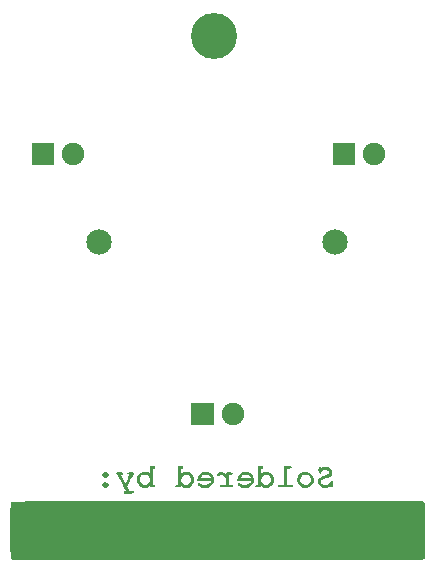
<source format=gbr>
%TF.GenerationSoftware,KiCad,Pcbnew,5.1.9*%
%TF.CreationDate,2021-04-20T19:45:11+02:00*%
%TF.ProjectId,ICanSolder,4943616e-536f-46c6-9465-722e6b696361,rev?*%
%TF.SameCoordinates,Original*%
%TF.FileFunction,Soldermask,Bot*%
%TF.FilePolarity,Negative*%
%FSLAX46Y46*%
G04 Gerber Fmt 4.6, Leading zero omitted, Abs format (unit mm)*
G04 Created by KiCad (PCBNEW 5.1.9) date 2021-04-20 19:45:11*
%MOMM*%
%LPD*%
G01*
G04 APERTURE LIST*
%ADD10C,0.010000*%
%ADD11C,3.900000*%
%ADD12C,1.900000*%
%ADD13C,2.151380*%
G04 APERTURE END LIST*
D10*
%TO.C,Ref\u002A\u002A*%
G36*
X171894208Y-134968075D02*
G01*
X171967398Y-135051989D01*
X171974483Y-135167441D01*
X171951533Y-135226645D01*
X171875133Y-135291189D01*
X171758954Y-135318344D01*
X171641009Y-135304138D01*
X171576134Y-135265867D01*
X171533721Y-135183335D01*
X171525334Y-135126167D01*
X171558466Y-135011150D01*
X171658004Y-134948479D01*
X171767541Y-134935667D01*
X171894208Y-134968075D01*
G37*
X171894208Y-134968075D02*
X171967398Y-135051989D01*
X171974483Y-135167441D01*
X171951533Y-135226645D01*
X171875133Y-135291189D01*
X171758954Y-135318344D01*
X171641009Y-135304138D01*
X171576134Y-135265867D01*
X171533721Y-135183335D01*
X171525334Y-135126167D01*
X171558466Y-135011150D01*
X171658004Y-134948479D01*
X171767541Y-134935667D01*
X171894208Y-134968075D01*
G36*
X187178084Y-134393983D02*
G01*
X187337670Y-134405499D01*
X187427407Y-134425186D01*
X187462004Y-134456957D01*
X187463834Y-134470000D01*
X187435125Y-134513758D01*
X187340915Y-134539058D01*
X187262750Y-134546403D01*
X187061667Y-134559306D01*
X187061667Y-135989960D01*
X187326250Y-136002563D01*
X187463353Y-136015263D01*
X187558975Y-136035905D01*
X187590834Y-136057500D01*
X187550077Y-136075368D01*
X187434087Y-136090810D01*
X187252279Y-136102980D01*
X187014073Y-136111034D01*
X186987584Y-136111579D01*
X186747332Y-136115144D01*
X186579416Y-136114198D01*
X186471577Y-136107666D01*
X186411552Y-136094473D01*
X186387081Y-136073543D01*
X186384334Y-136058662D01*
X186402862Y-136021279D01*
X186469373Y-136001180D01*
X186600259Y-135994192D01*
X186638334Y-135994000D01*
X186892334Y-135994000D01*
X186892334Y-134381465D01*
X187178084Y-134393983D01*
G37*
X187178084Y-134393983D02*
X187337670Y-134405499D01*
X187427407Y-134425186D01*
X187462004Y-134456957D01*
X187463834Y-134470000D01*
X187435125Y-134513758D01*
X187340915Y-134539058D01*
X187262750Y-134546403D01*
X187061667Y-134559306D01*
X187061667Y-135989960D01*
X187326250Y-136002563D01*
X187463353Y-136015263D01*
X187558975Y-136035905D01*
X187590834Y-136057500D01*
X187550077Y-136075368D01*
X187434087Y-136090810D01*
X187252279Y-136102980D01*
X187014073Y-136111034D01*
X186987584Y-136111579D01*
X186747332Y-136115144D01*
X186579416Y-136114198D01*
X186471577Y-136107666D01*
X186411552Y-136094473D01*
X186387081Y-136073543D01*
X186384334Y-136058662D01*
X186402862Y-136021279D01*
X186469373Y-136001180D01*
X186600259Y-135994192D01*
X186638334Y-135994000D01*
X186892334Y-135994000D01*
X186892334Y-134381465D01*
X187178084Y-134393983D01*
G36*
X181616317Y-134916764D02*
G01*
X181746696Y-134976447D01*
X181816546Y-135018906D01*
X182002834Y-135144478D01*
X182016432Y-135037965D01*
X182030940Y-134975602D01*
X182068795Y-134946010D01*
X182152852Y-134939845D01*
X182245938Y-134944142D01*
X182378220Y-134962527D01*
X182461340Y-134993160D01*
X182487277Y-135026447D01*
X182448012Y-135052796D01*
X182345028Y-135062667D01*
X182193334Y-135062667D01*
X182193334Y-135994000D01*
X182362667Y-135994000D01*
X182480409Y-136004486D01*
X182528927Y-136039244D01*
X182532000Y-136057500D01*
X182519509Y-136084399D01*
X182473548Y-136102671D01*
X182381382Y-136113843D01*
X182230279Y-136119443D01*
X182007505Y-136121000D01*
X182002834Y-136121000D01*
X181778674Y-136119501D01*
X181626412Y-136113986D01*
X181533313Y-136102926D01*
X181486643Y-136084794D01*
X181473670Y-136058061D01*
X181473667Y-136057500D01*
X181492037Y-136021882D01*
X181557678Y-136002085D01*
X181686384Y-135994465D01*
X181748834Y-135994000D01*
X182024000Y-135994000D01*
X182024000Y-135370326D01*
X181826553Y-135216497D01*
X181677263Y-135113135D01*
X181561064Y-135070093D01*
X181456083Y-135083294D01*
X181366775Y-135130753D01*
X181291299Y-135174124D01*
X181254569Y-135166036D01*
X181234205Y-135124159D01*
X181242401Y-135042423D01*
X181311318Y-134964492D01*
X181418324Y-134909017D01*
X181514320Y-134893334D01*
X181616317Y-134916764D01*
G37*
X181616317Y-134916764D02*
X181746696Y-134976447D01*
X181816546Y-135018906D01*
X182002834Y-135144478D01*
X182016432Y-135037965D01*
X182030940Y-134975602D01*
X182068795Y-134946010D01*
X182152852Y-134939845D01*
X182245938Y-134944142D01*
X182378220Y-134962527D01*
X182461340Y-134993160D01*
X182487277Y-135026447D01*
X182448012Y-135052796D01*
X182345028Y-135062667D01*
X182193334Y-135062667D01*
X182193334Y-135994000D01*
X182362667Y-135994000D01*
X182480409Y-136004486D01*
X182528927Y-136039244D01*
X182532000Y-136057500D01*
X182519509Y-136084399D01*
X182473548Y-136102671D01*
X182381382Y-136113843D01*
X182230279Y-136119443D01*
X182007505Y-136121000D01*
X182002834Y-136121000D01*
X181778674Y-136119501D01*
X181626412Y-136113986D01*
X181533313Y-136102926D01*
X181486643Y-136084794D01*
X181473670Y-136058061D01*
X181473667Y-136057500D01*
X181492037Y-136021882D01*
X181557678Y-136002085D01*
X181686384Y-135994465D01*
X181748834Y-135994000D01*
X182024000Y-135994000D01*
X182024000Y-135370326D01*
X181826553Y-135216497D01*
X181677263Y-135113135D01*
X181561064Y-135070093D01*
X181456083Y-135083294D01*
X181366775Y-135130753D01*
X181291299Y-135174124D01*
X181254569Y-135166036D01*
X181234205Y-135124159D01*
X181242401Y-135042423D01*
X181311318Y-134964492D01*
X181418324Y-134909017D01*
X181514320Y-134893334D01*
X181616317Y-134916764D01*
G36*
X171854655Y-135808346D02*
G01*
X171947799Y-135871727D01*
X171990673Y-135950492D01*
X171991000Y-135957474D01*
X171972561Y-136026188D01*
X171947177Y-136081450D01*
X171874283Y-136139866D01*
X171760661Y-136164093D01*
X171644367Y-136150942D01*
X171576134Y-136112534D01*
X171533721Y-136030001D01*
X171525334Y-135972834D01*
X171559547Y-135856566D01*
X171657657Y-135792855D01*
X171742443Y-135782334D01*
X171854655Y-135808346D01*
G37*
X171854655Y-135808346D02*
X171947799Y-135871727D01*
X171990673Y-135950492D01*
X171991000Y-135957474D01*
X171972561Y-136026188D01*
X171947177Y-136081450D01*
X171874283Y-136139866D01*
X171760661Y-136164093D01*
X171644367Y-136150942D01*
X171576134Y-136112534D01*
X171533721Y-136030001D01*
X171525334Y-135972834D01*
X171559547Y-135856566D01*
X171657657Y-135792855D01*
X171742443Y-135782334D01*
X171854655Y-135808346D01*
G36*
X190533584Y-134496500D02*
G01*
X190703325Y-134570891D01*
X190831894Y-134694963D01*
X190903952Y-134860327D01*
X190914000Y-134957988D01*
X190873350Y-135097774D01*
X190756362Y-135219473D01*
X190570480Y-135317215D01*
X190390026Y-135371337D01*
X190173484Y-135433931D01*
X190032463Y-135508662D01*
X189958004Y-135602013D01*
X189940334Y-135696849D01*
X189975465Y-135835990D01*
X190068785Y-135937137D01*
X190202185Y-135998993D01*
X190357553Y-136020263D01*
X190516780Y-135999650D01*
X190661756Y-135935860D01*
X190774369Y-135827597D01*
X190811720Y-135759192D01*
X190858742Y-135663660D01*
X190898358Y-135636592D01*
X190937197Y-135657018D01*
X190981281Y-135734510D01*
X191000021Y-135850920D01*
X190994135Y-135974059D01*
X190964340Y-136071738D01*
X190927122Y-136108778D01*
X190859605Y-136109410D01*
X190839137Y-136086912D01*
X190804788Y-136061124D01*
X190724279Y-136087209D01*
X190709599Y-136094416D01*
X190488711Y-136167338D01*
X190265946Y-136173763D01*
X190215500Y-136164676D01*
X189998832Y-136085630D01*
X189854470Y-135963220D01*
X189781301Y-135796247D01*
X189771000Y-135686323D01*
X189809129Y-135514717D01*
X189921016Y-135381261D01*
X190102911Y-135290035D01*
X190147134Y-135277276D01*
X190308929Y-135235238D01*
X190473291Y-135192553D01*
X190489947Y-135188229D01*
X190638872Y-135119923D01*
X190721215Y-135021213D01*
X190740970Y-134908466D01*
X190702129Y-134798051D01*
X190608686Y-134706334D01*
X190464633Y-134649683D01*
X190356034Y-134639334D01*
X190213274Y-134667543D01*
X190087503Y-134739964D01*
X190003457Y-134838287D01*
X189982667Y-134915680D01*
X189951722Y-134968088D01*
X189908584Y-134970140D01*
X189855119Y-134922080D01*
X189823116Y-134822827D01*
X189814400Y-134703546D01*
X189830796Y-134595400D01*
X189874129Y-134529556D01*
X189882541Y-134525452D01*
X189950730Y-134522591D01*
X189972009Y-134543861D01*
X190013502Y-134565364D01*
X190113379Y-134537868D01*
X190131938Y-134530310D01*
X190338009Y-134480177D01*
X190533584Y-134496500D01*
G37*
X190533584Y-134496500D02*
X190703325Y-134570891D01*
X190831894Y-134694963D01*
X190903952Y-134860327D01*
X190914000Y-134957988D01*
X190873350Y-135097774D01*
X190756362Y-135219473D01*
X190570480Y-135317215D01*
X190390026Y-135371337D01*
X190173484Y-135433931D01*
X190032463Y-135508662D01*
X189958004Y-135602013D01*
X189940334Y-135696849D01*
X189975465Y-135835990D01*
X190068785Y-135937137D01*
X190202185Y-135998993D01*
X190357553Y-136020263D01*
X190516780Y-135999650D01*
X190661756Y-135935860D01*
X190774369Y-135827597D01*
X190811720Y-135759192D01*
X190858742Y-135663660D01*
X190898358Y-135636592D01*
X190937197Y-135657018D01*
X190981281Y-135734510D01*
X191000021Y-135850920D01*
X190994135Y-135974059D01*
X190964340Y-136071738D01*
X190927122Y-136108778D01*
X190859605Y-136109410D01*
X190839137Y-136086912D01*
X190804788Y-136061124D01*
X190724279Y-136087209D01*
X190709599Y-136094416D01*
X190488711Y-136167338D01*
X190265946Y-136173763D01*
X190215500Y-136164676D01*
X189998832Y-136085630D01*
X189854470Y-135963220D01*
X189781301Y-135796247D01*
X189771000Y-135686323D01*
X189809129Y-135514717D01*
X189921016Y-135381261D01*
X190102911Y-135290035D01*
X190147134Y-135277276D01*
X190308929Y-135235238D01*
X190473291Y-135192553D01*
X190489947Y-135188229D01*
X190638872Y-135119923D01*
X190721215Y-135021213D01*
X190740970Y-134908466D01*
X190702129Y-134798051D01*
X190608686Y-134706334D01*
X190464633Y-134649683D01*
X190356034Y-134639334D01*
X190213274Y-134667543D01*
X190087503Y-134739964D01*
X190003457Y-134838287D01*
X189982667Y-134915680D01*
X189951722Y-134968088D01*
X189908584Y-134970140D01*
X189855119Y-134922080D01*
X189823116Y-134822827D01*
X189814400Y-134703546D01*
X189830796Y-134595400D01*
X189874129Y-134529556D01*
X189882541Y-134525452D01*
X189950730Y-134522591D01*
X189972009Y-134543861D01*
X190013502Y-134565364D01*
X190113379Y-134537868D01*
X190131938Y-134530310D01*
X190338009Y-134480177D01*
X190533584Y-134496500D01*
G36*
X188960824Y-134958355D02*
G01*
X189137061Y-135080389D01*
X189263722Y-135254659D01*
X189328673Y-135472434D01*
X189319105Y-135681370D01*
X189245094Y-135869103D01*
X189116714Y-136023271D01*
X188944041Y-136131510D01*
X188737150Y-136181459D01*
X188522167Y-136164603D01*
X188320237Y-136080821D01*
X188169452Y-135943944D01*
X188072269Y-135770144D01*
X188031145Y-135575593D01*
X188036095Y-135518917D01*
X188177595Y-135518917D01*
X188206809Y-135693430D01*
X188305853Y-135848935D01*
X188460107Y-135962184D01*
X188613145Y-136023047D01*
X188743737Y-136027192D01*
X188891475Y-135975520D01*
X188898629Y-135972149D01*
X189051341Y-135855438D01*
X189148455Y-135686197D01*
X189178334Y-135506985D01*
X189160523Y-135382855D01*
X189095554Y-135273036D01*
X189034400Y-135206600D01*
X188931809Y-135116522D01*
X188835329Y-135074262D01*
X188702904Y-135062787D01*
X188679044Y-135062667D01*
X188531351Y-135072938D01*
X188426191Y-135113307D01*
X188339421Y-135182423D01*
X188220901Y-135342786D01*
X188177595Y-135518917D01*
X188036095Y-135518917D01*
X188048538Y-135376462D01*
X188126903Y-135188925D01*
X188268698Y-135029152D01*
X188341863Y-134977771D01*
X188543062Y-134900990D01*
X188756104Y-134896536D01*
X188960824Y-134958355D01*
G37*
X188960824Y-134958355D02*
X189137061Y-135080389D01*
X189263722Y-135254659D01*
X189328673Y-135472434D01*
X189319105Y-135681370D01*
X189245094Y-135869103D01*
X189116714Y-136023271D01*
X188944041Y-136131510D01*
X188737150Y-136181459D01*
X188522167Y-136164603D01*
X188320237Y-136080821D01*
X188169452Y-135943944D01*
X188072269Y-135770144D01*
X188031145Y-135575593D01*
X188036095Y-135518917D01*
X188177595Y-135518917D01*
X188206809Y-135693430D01*
X188305853Y-135848935D01*
X188460107Y-135962184D01*
X188613145Y-136023047D01*
X188743737Y-136027192D01*
X188891475Y-135975520D01*
X188898629Y-135972149D01*
X189051341Y-135855438D01*
X189148455Y-135686197D01*
X189178334Y-135506985D01*
X189160523Y-135382855D01*
X189095554Y-135273036D01*
X189034400Y-135206600D01*
X188931809Y-135116522D01*
X188835329Y-135074262D01*
X188702904Y-135062787D01*
X188679044Y-135062667D01*
X188531351Y-135072938D01*
X188426191Y-135113307D01*
X188339421Y-135182423D01*
X188220901Y-135342786D01*
X188177595Y-135518917D01*
X188036095Y-135518917D01*
X188048538Y-135376462D01*
X188126903Y-135188925D01*
X188268698Y-135029152D01*
X188341863Y-134977771D01*
X188543062Y-134900990D01*
X188756104Y-134896536D01*
X188960824Y-134958355D01*
G36*
X184870552Y-134393483D02*
G01*
X184996772Y-134414136D01*
X185055908Y-134457021D01*
X185064156Y-134480584D01*
X185052126Y-134537305D01*
X184975625Y-134554626D01*
X184969271Y-134554667D01*
X184910625Y-134559158D01*
X184878019Y-134585423D01*
X184863822Y-134652652D01*
X184860400Y-134780034D01*
X184860334Y-134828558D01*
X184860334Y-135102449D01*
X185014408Y-134997891D01*
X185215502Y-134907837D01*
X185425119Y-134897867D01*
X185630704Y-134966060D01*
X185819702Y-135110500D01*
X185831341Y-135122724D01*
X185915865Y-135267460D01*
X185957253Y-135455377D01*
X185953662Y-135655741D01*
X185903250Y-135837820D01*
X185877163Y-135886824D01*
X185727969Y-136053260D01*
X185535648Y-136152741D01*
X185316603Y-136178515D01*
X185206818Y-136162731D01*
X185073281Y-136109358D01*
X184963401Y-136033735D01*
X184860334Y-135936908D01*
X184860334Y-136028954D01*
X184849875Y-136086113D01*
X184803744Y-136113181D01*
X184699804Y-136120852D01*
X184669834Y-136121000D01*
X184544272Y-136112690D01*
X184487079Y-136084433D01*
X184479334Y-136057500D01*
X184516134Y-136006429D01*
X184585167Y-135994000D01*
X184691000Y-135994000D01*
X184691000Y-135489032D01*
X184868973Y-135489032D01*
X184883886Y-135658478D01*
X184967467Y-135819283D01*
X185019611Y-135875470D01*
X185179604Y-135993504D01*
X185330563Y-136032804D01*
X185488203Y-135995608D01*
X185567362Y-135953381D01*
X185720622Y-135817422D01*
X185803429Y-135650043D01*
X185813594Y-135468544D01*
X185748927Y-135290225D01*
X185664810Y-135183297D01*
X185559766Y-135100231D01*
X185442008Y-135066499D01*
X185356132Y-135062667D01*
X185166308Y-135097761D01*
X185017178Y-135191781D01*
X184915735Y-135327835D01*
X184868973Y-135489032D01*
X184691000Y-135489032D01*
X184691000Y-134380465D01*
X184870552Y-134393483D01*
G37*
X184870552Y-134393483D02*
X184996772Y-134414136D01*
X185055908Y-134457021D01*
X185064156Y-134480584D01*
X185052126Y-134537305D01*
X184975625Y-134554626D01*
X184969271Y-134554667D01*
X184910625Y-134559158D01*
X184878019Y-134585423D01*
X184863822Y-134652652D01*
X184860400Y-134780034D01*
X184860334Y-134828558D01*
X184860334Y-135102449D01*
X185014408Y-134997891D01*
X185215502Y-134907837D01*
X185425119Y-134897867D01*
X185630704Y-134966060D01*
X185819702Y-135110500D01*
X185831341Y-135122724D01*
X185915865Y-135267460D01*
X185957253Y-135455377D01*
X185953662Y-135655741D01*
X185903250Y-135837820D01*
X185877163Y-135886824D01*
X185727969Y-136053260D01*
X185535648Y-136152741D01*
X185316603Y-136178515D01*
X185206818Y-136162731D01*
X185073281Y-136109358D01*
X184963401Y-136033735D01*
X184860334Y-135936908D01*
X184860334Y-136028954D01*
X184849875Y-136086113D01*
X184803744Y-136113181D01*
X184699804Y-136120852D01*
X184669834Y-136121000D01*
X184544272Y-136112690D01*
X184487079Y-136084433D01*
X184479334Y-136057500D01*
X184516134Y-136006429D01*
X184585167Y-135994000D01*
X184691000Y-135994000D01*
X184691000Y-135489032D01*
X184868973Y-135489032D01*
X184883886Y-135658478D01*
X184967467Y-135819283D01*
X185019611Y-135875470D01*
X185179604Y-135993504D01*
X185330563Y-136032804D01*
X185488203Y-135995608D01*
X185567362Y-135953381D01*
X185720622Y-135817422D01*
X185803429Y-135650043D01*
X185813594Y-135468544D01*
X185748927Y-135290225D01*
X185664810Y-135183297D01*
X185559766Y-135100231D01*
X185442008Y-135066499D01*
X185356132Y-135062667D01*
X185166308Y-135097761D01*
X185017178Y-135191781D01*
X184915735Y-135327835D01*
X184868973Y-135489032D01*
X184691000Y-135489032D01*
X184691000Y-134380465D01*
X184870552Y-134393483D01*
G36*
X183761672Y-134907624D02*
G01*
X183957767Y-134979425D01*
X184118175Y-135102941D01*
X184228475Y-135269954D01*
X184274246Y-135472245D01*
X184274722Y-135496101D01*
X184237025Y-135731593D01*
X184131622Y-135927602D01*
X183970049Y-136074467D01*
X183763840Y-136162531D01*
X183524530Y-136182133D01*
X183463334Y-136175561D01*
X183321544Y-136143742D01*
X183177579Y-136093612D01*
X183057718Y-136036281D01*
X182988241Y-135982858D01*
X182982082Y-135972113D01*
X182981282Y-135904505D01*
X183042059Y-135884340D01*
X183154710Y-135913373D01*
X183199178Y-135932888D01*
X183437456Y-136011217D01*
X183658998Y-136017447D01*
X183852416Y-135954163D01*
X184006320Y-135823949D01*
X184063731Y-135736729D01*
X184141503Y-135591834D01*
X183543930Y-135580060D01*
X182946357Y-135568287D01*
X182975648Y-135412156D01*
X182981058Y-135397100D01*
X183124667Y-135397100D01*
X183165116Y-135419863D01*
X183287185Y-135435009D01*
X183491950Y-135442638D01*
X183633754Y-135443667D01*
X184142841Y-135443667D01*
X184078496Y-135319237D01*
X183968886Y-135170861D01*
X183820294Y-135088157D01*
X183619014Y-135062667D01*
X183478773Y-135071915D01*
X183378853Y-135111546D01*
X183275843Y-135199391D01*
X183268600Y-135206600D01*
X183183807Y-135300392D01*
X183132092Y-135374943D01*
X183124667Y-135397100D01*
X182981058Y-135397100D01*
X183049867Y-135205622D01*
X183179420Y-135041831D01*
X183320100Y-134952044D01*
X183544309Y-134895758D01*
X183761672Y-134907624D01*
G37*
X183761672Y-134907624D02*
X183957767Y-134979425D01*
X184118175Y-135102941D01*
X184228475Y-135269954D01*
X184274246Y-135472245D01*
X184274722Y-135496101D01*
X184237025Y-135731593D01*
X184131622Y-135927602D01*
X183970049Y-136074467D01*
X183763840Y-136162531D01*
X183524530Y-136182133D01*
X183463334Y-136175561D01*
X183321544Y-136143742D01*
X183177579Y-136093612D01*
X183057718Y-136036281D01*
X182988241Y-135982858D01*
X182982082Y-135972113D01*
X182981282Y-135904505D01*
X183042059Y-135884340D01*
X183154710Y-135913373D01*
X183199178Y-135932888D01*
X183437456Y-136011217D01*
X183658998Y-136017447D01*
X183852416Y-135954163D01*
X184006320Y-135823949D01*
X184063731Y-135736729D01*
X184141503Y-135591834D01*
X183543930Y-135580060D01*
X182946357Y-135568287D01*
X182975648Y-135412156D01*
X182981058Y-135397100D01*
X183124667Y-135397100D01*
X183165116Y-135419863D01*
X183287185Y-135435009D01*
X183491950Y-135442638D01*
X183633754Y-135443667D01*
X184142841Y-135443667D01*
X184078496Y-135319237D01*
X183968886Y-135170861D01*
X183820294Y-135088157D01*
X183619014Y-135062667D01*
X183478773Y-135071915D01*
X183378853Y-135111546D01*
X183275843Y-135199391D01*
X183268600Y-135206600D01*
X183183807Y-135300392D01*
X183132092Y-135374943D01*
X183124667Y-135397100D01*
X182981058Y-135397100D01*
X183049867Y-135205622D01*
X183179420Y-135041831D01*
X183320100Y-134952044D01*
X183544309Y-134895758D01*
X183761672Y-134907624D01*
G36*
X180408927Y-134911413D02*
G01*
X180582716Y-134981990D01*
X180757152Y-135122700D01*
X180859158Y-135307125D01*
X180888056Y-135504368D01*
X180850108Y-135735638D01*
X180744247Y-135928958D01*
X180582446Y-136074424D01*
X180376680Y-136162130D01*
X180138922Y-136182171D01*
X180076667Y-136175561D01*
X179934878Y-136143742D01*
X179790913Y-136093612D01*
X179671052Y-136036281D01*
X179601574Y-135982858D01*
X179595415Y-135972113D01*
X179594615Y-135904505D01*
X179655392Y-135884340D01*
X179768043Y-135913373D01*
X179812511Y-135932888D01*
X180050789Y-136011217D01*
X180272332Y-136017447D01*
X180465750Y-135954163D01*
X180619653Y-135823949D01*
X180677064Y-135736729D01*
X180754836Y-135591834D01*
X180157263Y-135580060D01*
X179559691Y-135568287D01*
X179588981Y-135412156D01*
X179594590Y-135397100D01*
X179738000Y-135397100D01*
X179778450Y-135419863D01*
X179900518Y-135435009D01*
X180105283Y-135442638D01*
X180247087Y-135443667D01*
X180756174Y-135443667D01*
X180691829Y-135319237D01*
X180582220Y-135170861D01*
X180433627Y-135088157D01*
X180232347Y-135062667D01*
X180092106Y-135071915D01*
X179992186Y-135111546D01*
X179889176Y-135199391D01*
X179881934Y-135206600D01*
X179797140Y-135300392D01*
X179745426Y-135374943D01*
X179738000Y-135397100D01*
X179594590Y-135397100D01*
X179666648Y-135203693D01*
X179803015Y-135042660D01*
X179982544Y-134935785D01*
X180189694Y-134889793D01*
X180408927Y-134911413D01*
G37*
X180408927Y-134911413D02*
X180582716Y-134981990D01*
X180757152Y-135122700D01*
X180859158Y-135307125D01*
X180888056Y-135504368D01*
X180850108Y-135735638D01*
X180744247Y-135928958D01*
X180582446Y-136074424D01*
X180376680Y-136162130D01*
X180138922Y-136182171D01*
X180076667Y-136175561D01*
X179934878Y-136143742D01*
X179790913Y-136093612D01*
X179671052Y-136036281D01*
X179601574Y-135982858D01*
X179595415Y-135972113D01*
X179594615Y-135904505D01*
X179655392Y-135884340D01*
X179768043Y-135913373D01*
X179812511Y-135932888D01*
X180050789Y-136011217D01*
X180272332Y-136017447D01*
X180465750Y-135954163D01*
X180619653Y-135823949D01*
X180677064Y-135736729D01*
X180754836Y-135591834D01*
X180157263Y-135580060D01*
X179559691Y-135568287D01*
X179588981Y-135412156D01*
X179594590Y-135397100D01*
X179738000Y-135397100D01*
X179778450Y-135419863D01*
X179900518Y-135435009D01*
X180105283Y-135442638D01*
X180247087Y-135443667D01*
X180756174Y-135443667D01*
X180691829Y-135319237D01*
X180582220Y-135170861D01*
X180433627Y-135088157D01*
X180232347Y-135062667D01*
X180092106Y-135071915D01*
X179992186Y-135111546D01*
X179889176Y-135199391D01*
X179881934Y-135206600D01*
X179797140Y-135300392D01*
X179745426Y-135374943D01*
X179738000Y-135397100D01*
X179594590Y-135397100D01*
X179666648Y-135203693D01*
X179803015Y-135042660D01*
X179982544Y-134935785D01*
X180189694Y-134889793D01*
X180408927Y-134911413D01*
G36*
X178097218Y-134393483D02*
G01*
X178223439Y-134414136D01*
X178282575Y-134457021D01*
X178290822Y-134480584D01*
X178278792Y-134537305D01*
X178202291Y-134554626D01*
X178195938Y-134554667D01*
X178137292Y-134559158D01*
X178104686Y-134585423D01*
X178090488Y-134652652D01*
X178087067Y-134780034D01*
X178087000Y-134828558D01*
X178087000Y-135102449D01*
X178241074Y-134997891D01*
X178431153Y-134914870D01*
X178634173Y-134901824D01*
X178830718Y-134952151D01*
X179001374Y-135059251D01*
X179126725Y-135216523D01*
X179166536Y-135312538D01*
X179199552Y-135542304D01*
X179162738Y-135753959D01*
X179066533Y-135935395D01*
X178921374Y-136074506D01*
X178737701Y-136159185D01*
X178525951Y-136177327D01*
X178433484Y-136162731D01*
X178299948Y-136109358D01*
X178190068Y-136033735D01*
X178087000Y-135936908D01*
X178087000Y-136028954D01*
X178076542Y-136086113D01*
X178030411Y-136113181D01*
X177926471Y-136120852D01*
X177896500Y-136121000D01*
X177770939Y-136112690D01*
X177713746Y-136084433D01*
X177706000Y-136057500D01*
X177742801Y-136006429D01*
X177811834Y-135994000D01*
X177917667Y-135994000D01*
X177917667Y-135489032D01*
X178095639Y-135489032D01*
X178110552Y-135658478D01*
X178194134Y-135819283D01*
X178246277Y-135875470D01*
X178406271Y-135993504D01*
X178557229Y-136032804D01*
X178714870Y-135995608D01*
X178794028Y-135953381D01*
X178947289Y-135817422D01*
X179030096Y-135650043D01*
X179040260Y-135468544D01*
X178975593Y-135290225D01*
X178891477Y-135183297D01*
X178786433Y-135100231D01*
X178668675Y-135066499D01*
X178582799Y-135062667D01*
X178392975Y-135097761D01*
X178243844Y-135191781D01*
X178142401Y-135327835D01*
X178095639Y-135489032D01*
X177917667Y-135489032D01*
X177917667Y-134380465D01*
X178097218Y-134393483D01*
G37*
X178097218Y-134393483D02*
X178223439Y-134414136D01*
X178282575Y-134457021D01*
X178290822Y-134480584D01*
X178278792Y-134537305D01*
X178202291Y-134554626D01*
X178195938Y-134554667D01*
X178137292Y-134559158D01*
X178104686Y-134585423D01*
X178090488Y-134652652D01*
X178087067Y-134780034D01*
X178087000Y-134828558D01*
X178087000Y-135102449D01*
X178241074Y-134997891D01*
X178431153Y-134914870D01*
X178634173Y-134901824D01*
X178830718Y-134952151D01*
X179001374Y-135059251D01*
X179126725Y-135216523D01*
X179166536Y-135312538D01*
X179199552Y-135542304D01*
X179162738Y-135753959D01*
X179066533Y-135935395D01*
X178921374Y-136074506D01*
X178737701Y-136159185D01*
X178525951Y-136177327D01*
X178433484Y-136162731D01*
X178299948Y-136109358D01*
X178190068Y-136033735D01*
X178087000Y-135936908D01*
X178087000Y-136028954D01*
X178076542Y-136086113D01*
X178030411Y-136113181D01*
X177926471Y-136120852D01*
X177896500Y-136121000D01*
X177770939Y-136112690D01*
X177713746Y-136084433D01*
X177706000Y-136057500D01*
X177742801Y-136006429D01*
X177811834Y-135994000D01*
X177917667Y-135994000D01*
X177917667Y-135489032D01*
X178095639Y-135489032D01*
X178110552Y-135658478D01*
X178194134Y-135819283D01*
X178246277Y-135875470D01*
X178406271Y-135993504D01*
X178557229Y-136032804D01*
X178714870Y-135995608D01*
X178794028Y-135953381D01*
X178947289Y-135817422D01*
X179030096Y-135650043D01*
X179040260Y-135468544D01*
X178975593Y-135290225D01*
X178891477Y-135183297D01*
X178786433Y-135100231D01*
X178668675Y-135066499D01*
X178582799Y-135062667D01*
X178392975Y-135097761D01*
X178243844Y-135191781D01*
X178142401Y-135327835D01*
X178095639Y-135489032D01*
X177917667Y-135489032D01*
X177917667Y-134380465D01*
X178097218Y-134393483D01*
G36*
X175726552Y-134393483D02*
G01*
X175852772Y-134414136D01*
X175911908Y-134457021D01*
X175920156Y-134480584D01*
X175908126Y-134537305D01*
X175831625Y-134554626D01*
X175825271Y-134554667D01*
X175716334Y-134554667D01*
X175716334Y-135994000D01*
X175822167Y-135994000D01*
X175907286Y-136016080D01*
X175928000Y-136057500D01*
X175903069Y-136099354D01*
X175818299Y-136118418D01*
X175737500Y-136121000D01*
X175613879Y-136113406D01*
X175556701Y-136086596D01*
X175547000Y-136054047D01*
X175537263Y-136016206D01*
X175495209Y-136022289D01*
X175409417Y-136069776D01*
X175212414Y-136159582D01*
X175024491Y-136178946D01*
X174919818Y-136162731D01*
X174726905Y-136080520D01*
X174583064Y-135944198D01*
X174490611Y-135770237D01*
X174451863Y-135575111D01*
X174454505Y-135544537D01*
X174599976Y-135544537D01*
X174639489Y-135724501D01*
X174750658Y-135881550D01*
X174823011Y-135939536D01*
X174969206Y-136016925D01*
X175101511Y-136028770D01*
X175255489Y-135977681D01*
X175267296Y-135972149D01*
X175420008Y-135855438D01*
X175517122Y-135686197D01*
X175547000Y-135506985D01*
X175529189Y-135382855D01*
X175464221Y-135273036D01*
X175403067Y-135206600D01*
X175296551Y-135114181D01*
X175195491Y-135072323D01*
X175060218Y-135062667D01*
X174921051Y-135072986D01*
X174824330Y-135114780D01*
X174743614Y-135188653D01*
X174634042Y-135359855D01*
X174599976Y-135544537D01*
X174454505Y-135544537D01*
X174469135Y-135375293D01*
X174544743Y-135187257D01*
X174681005Y-135027475D01*
X174752863Y-134975257D01*
X174916948Y-134912808D01*
X175107123Y-134900145D01*
X175290957Y-134935130D01*
X175436018Y-135015626D01*
X175441492Y-135020639D01*
X175547000Y-135119759D01*
X175547000Y-134380465D01*
X175726552Y-134393483D01*
G37*
X175726552Y-134393483D02*
X175852772Y-134414136D01*
X175911908Y-134457021D01*
X175920156Y-134480584D01*
X175908126Y-134537305D01*
X175831625Y-134554626D01*
X175825271Y-134554667D01*
X175716334Y-134554667D01*
X175716334Y-135994000D01*
X175822167Y-135994000D01*
X175907286Y-136016080D01*
X175928000Y-136057500D01*
X175903069Y-136099354D01*
X175818299Y-136118418D01*
X175737500Y-136121000D01*
X175613879Y-136113406D01*
X175556701Y-136086596D01*
X175547000Y-136054047D01*
X175537263Y-136016206D01*
X175495209Y-136022289D01*
X175409417Y-136069776D01*
X175212414Y-136159582D01*
X175024491Y-136178946D01*
X174919818Y-136162731D01*
X174726905Y-136080520D01*
X174583064Y-135944198D01*
X174490611Y-135770237D01*
X174451863Y-135575111D01*
X174454505Y-135544537D01*
X174599976Y-135544537D01*
X174639489Y-135724501D01*
X174750658Y-135881550D01*
X174823011Y-135939536D01*
X174969206Y-136016925D01*
X175101511Y-136028770D01*
X175255489Y-135977681D01*
X175267296Y-135972149D01*
X175420008Y-135855438D01*
X175517122Y-135686197D01*
X175547000Y-135506985D01*
X175529189Y-135382855D01*
X175464221Y-135273036D01*
X175403067Y-135206600D01*
X175296551Y-135114181D01*
X175195491Y-135072323D01*
X175060218Y-135062667D01*
X174921051Y-135072986D01*
X174824330Y-135114780D01*
X174743614Y-135188653D01*
X174634042Y-135359855D01*
X174599976Y-135544537D01*
X174454505Y-135544537D01*
X174469135Y-135375293D01*
X174544743Y-135187257D01*
X174681005Y-135027475D01*
X174752863Y-134975257D01*
X174916948Y-134912808D01*
X175107123Y-134900145D01*
X175290957Y-134935130D01*
X175436018Y-135015626D01*
X175441492Y-135020639D01*
X175547000Y-135119759D01*
X175547000Y-134380465D01*
X175726552Y-134393483D01*
G36*
X174043486Y-134940544D02*
G01*
X174122671Y-134957831D01*
X174149499Y-134991516D01*
X174150000Y-134999167D01*
X174121170Y-135055399D01*
X174096299Y-135062667D01*
X174058990Y-135098604D01*
X173993572Y-135197240D01*
X173908298Y-135344814D01*
X173811421Y-135527563D01*
X173779184Y-135591492D01*
X173515769Y-136120318D01*
X173607538Y-136309206D01*
X173666932Y-136421312D01*
X173723991Y-136478843D01*
X173810275Y-136502537D01*
X173914070Y-136510631D01*
X174051194Y-136526500D01*
X174117462Y-136556580D01*
X174128834Y-136586667D01*
X174113372Y-136617117D01*
X174057873Y-136637906D01*
X173948665Y-136651520D01*
X173772075Y-136660443D01*
X173712676Y-136662324D01*
X173522135Y-136666640D01*
X173401446Y-136664576D01*
X173335893Y-136653807D01*
X173310759Y-136632005D01*
X173310942Y-136598824D01*
X173359518Y-136533574D01*
X173420183Y-136509639D01*
X173494270Y-136494228D01*
X173515000Y-136483296D01*
X173497390Y-136443038D01*
X173448423Y-136338827D01*
X173373891Y-136182792D01*
X173279588Y-135987062D01*
X173172671Y-135766574D01*
X173049912Y-135520646D01*
X172942703Y-135318631D01*
X172856165Y-135169493D01*
X172795419Y-135082196D01*
X172770504Y-135062667D01*
X172717577Y-135028701D01*
X172710667Y-134999167D01*
X172730174Y-134962295D01*
X172799324Y-134942499D01*
X172934063Y-134935792D01*
X172964667Y-134935667D01*
X173114047Y-134940991D01*
X173193844Y-134959281D01*
X173218612Y-134994014D01*
X173218667Y-134996355D01*
X173182442Y-135047581D01*
X173117445Y-135070438D01*
X173016224Y-135083834D01*
X173208196Y-135496584D01*
X173288982Y-135664659D01*
X173358888Y-135799754D01*
X173409411Y-135886054D01*
X173430138Y-135909334D01*
X173458962Y-135873296D01*
X173513737Y-135775752D01*
X173586006Y-135632554D01*
X173650361Y-135496584D01*
X173733688Y-135314518D01*
X173784526Y-135195343D01*
X173805862Y-135125075D01*
X173800679Y-135089726D01*
X173771963Y-135075312D01*
X173741308Y-135070438D01*
X173664806Y-135038018D01*
X173642000Y-134996355D01*
X173664283Y-134960664D01*
X173740834Y-134941598D01*
X173886204Y-134935680D01*
X173896000Y-134935667D01*
X174043486Y-134940544D01*
G37*
X174043486Y-134940544D02*
X174122671Y-134957831D01*
X174149499Y-134991516D01*
X174150000Y-134999167D01*
X174121170Y-135055399D01*
X174096299Y-135062667D01*
X174058990Y-135098604D01*
X173993572Y-135197240D01*
X173908298Y-135344814D01*
X173811421Y-135527563D01*
X173779184Y-135591492D01*
X173515769Y-136120318D01*
X173607538Y-136309206D01*
X173666932Y-136421312D01*
X173723991Y-136478843D01*
X173810275Y-136502537D01*
X173914070Y-136510631D01*
X174051194Y-136526500D01*
X174117462Y-136556580D01*
X174128834Y-136586667D01*
X174113372Y-136617117D01*
X174057873Y-136637906D01*
X173948665Y-136651520D01*
X173772075Y-136660443D01*
X173712676Y-136662324D01*
X173522135Y-136666640D01*
X173401446Y-136664576D01*
X173335893Y-136653807D01*
X173310759Y-136632005D01*
X173310942Y-136598824D01*
X173359518Y-136533574D01*
X173420183Y-136509639D01*
X173494270Y-136494228D01*
X173515000Y-136483296D01*
X173497390Y-136443038D01*
X173448423Y-136338827D01*
X173373891Y-136182792D01*
X173279588Y-135987062D01*
X173172671Y-135766574D01*
X173049912Y-135520646D01*
X172942703Y-135318631D01*
X172856165Y-135169493D01*
X172795419Y-135082196D01*
X172770504Y-135062667D01*
X172717577Y-135028701D01*
X172710667Y-134999167D01*
X172730174Y-134962295D01*
X172799324Y-134942499D01*
X172934063Y-134935792D01*
X172964667Y-134935667D01*
X173114047Y-134940991D01*
X173193844Y-134959281D01*
X173218612Y-134994014D01*
X173218667Y-134996355D01*
X173182442Y-135047581D01*
X173117445Y-135070438D01*
X173016224Y-135083834D01*
X173208196Y-135496584D01*
X173288982Y-135664659D01*
X173358888Y-135799754D01*
X173409411Y-135886054D01*
X173430138Y-135909334D01*
X173458962Y-135873296D01*
X173513737Y-135775752D01*
X173586006Y-135632554D01*
X173650361Y-135496584D01*
X173733688Y-135314518D01*
X173784526Y-135195343D01*
X173805862Y-135125075D01*
X173800679Y-135089726D01*
X173771963Y-135075312D01*
X173741308Y-135070438D01*
X173664806Y-135038018D01*
X173642000Y-134996355D01*
X173664283Y-134960664D01*
X173740834Y-134941598D01*
X173886204Y-134935680D01*
X173896000Y-134935667D01*
X174043486Y-134940544D01*
G36*
X198686189Y-137480111D02*
G01*
X198703808Y-137502671D01*
X198718659Y-137532796D01*
X198730978Y-137577408D01*
X198741000Y-137643431D01*
X198748963Y-137737788D01*
X198755101Y-137867400D01*
X198759650Y-138039192D01*
X198762848Y-138260085D01*
X198764929Y-138537003D01*
X198766129Y-138876868D01*
X198766685Y-139286604D01*
X198766832Y-139773132D01*
X198766834Y-139846334D01*
X198766724Y-140343949D01*
X198766238Y-140763821D01*
X198765140Y-141112872D01*
X198763194Y-141398025D01*
X198760164Y-141626202D01*
X198755814Y-141804327D01*
X198749908Y-141939323D01*
X198742210Y-142038111D01*
X198732485Y-142107615D01*
X198720495Y-142154758D01*
X198706006Y-142186462D01*
X198688781Y-142209651D01*
X198686189Y-142212556D01*
X198605545Y-142301667D01*
X181255439Y-142301667D01*
X179812941Y-142301664D01*
X178452684Y-142301648D01*
X177172241Y-142301608D01*
X175969185Y-142301530D01*
X174841090Y-142301404D01*
X173785530Y-142301218D01*
X172800078Y-142300960D01*
X171882309Y-142300618D01*
X171029795Y-142300180D01*
X170240110Y-142299635D01*
X169510828Y-142298971D01*
X168839522Y-142298176D01*
X168223767Y-142297238D01*
X167661135Y-142296145D01*
X167149200Y-142294887D01*
X166685536Y-142293450D01*
X166267717Y-142291823D01*
X165893316Y-142289995D01*
X165559907Y-142287953D01*
X165265063Y-142285686D01*
X165006358Y-142283181D01*
X164781365Y-142280429D01*
X164587659Y-142277415D01*
X164422813Y-142274129D01*
X164284400Y-142270559D01*
X164169994Y-142266693D01*
X164077169Y-142262520D01*
X164003498Y-142258026D01*
X163946555Y-142253202D01*
X163903914Y-142248035D01*
X163873147Y-142242512D01*
X163851830Y-142236623D01*
X163837535Y-142230356D01*
X163827835Y-142223698D01*
X163820667Y-142217000D01*
X163802223Y-142196347D01*
X163786672Y-142169729D01*
X163773766Y-142130246D01*
X163763260Y-142070996D01*
X163754906Y-141985078D01*
X163748459Y-141865590D01*
X163743672Y-141705630D01*
X163740299Y-141498297D01*
X163738092Y-141236690D01*
X163736806Y-140913907D01*
X163736194Y-140523047D01*
X163736010Y-140057207D01*
X163736000Y-139846334D01*
X163736082Y-139348269D01*
X163736492Y-138927970D01*
X163737476Y-138578534D01*
X163739282Y-138293061D01*
X163742154Y-138064648D01*
X163746341Y-137886394D01*
X163752088Y-137751398D01*
X163759642Y-137652758D01*
X163769250Y-137583573D01*
X163781157Y-137536940D01*
X163795611Y-137505960D01*
X163812857Y-137483729D01*
X163820667Y-137475667D01*
X163828247Y-137468628D01*
X163838118Y-137461990D01*
X163852705Y-137455742D01*
X163874436Y-137449871D01*
X163905737Y-137444367D01*
X163949033Y-137439217D01*
X164006752Y-137434409D01*
X164081320Y-137429932D01*
X164175162Y-137425774D01*
X164290707Y-137421923D01*
X164430379Y-137418368D01*
X164596605Y-137415096D01*
X164791813Y-137412095D01*
X165018427Y-137409355D01*
X165278875Y-137406863D01*
X165575582Y-137404607D01*
X165910976Y-137402576D01*
X166287483Y-137400758D01*
X166707528Y-137399141D01*
X167173539Y-137397713D01*
X167687942Y-137396463D01*
X168253162Y-137395379D01*
X168871628Y-137394448D01*
X169545764Y-137393660D01*
X170277997Y-137393002D01*
X171070755Y-137392462D01*
X171926462Y-137392030D01*
X172847546Y-137391692D01*
X173836432Y-137391438D01*
X174895548Y-137391255D01*
X176027319Y-137391132D01*
X177234173Y-137391056D01*
X178518535Y-137391017D01*
X179882831Y-137391002D01*
X181255439Y-137391000D01*
X198605545Y-137391000D01*
X198686189Y-137480111D01*
G37*
X198686189Y-137480111D02*
X198703808Y-137502671D01*
X198718659Y-137532796D01*
X198730978Y-137577408D01*
X198741000Y-137643431D01*
X198748963Y-137737788D01*
X198755101Y-137867400D01*
X198759650Y-138039192D01*
X198762848Y-138260085D01*
X198764929Y-138537003D01*
X198766129Y-138876868D01*
X198766685Y-139286604D01*
X198766832Y-139773132D01*
X198766834Y-139846334D01*
X198766724Y-140343949D01*
X198766238Y-140763821D01*
X198765140Y-141112872D01*
X198763194Y-141398025D01*
X198760164Y-141626202D01*
X198755814Y-141804327D01*
X198749908Y-141939323D01*
X198742210Y-142038111D01*
X198732485Y-142107615D01*
X198720495Y-142154758D01*
X198706006Y-142186462D01*
X198688781Y-142209651D01*
X198686189Y-142212556D01*
X198605545Y-142301667D01*
X181255439Y-142301667D01*
X179812941Y-142301664D01*
X178452684Y-142301648D01*
X177172241Y-142301608D01*
X175969185Y-142301530D01*
X174841090Y-142301404D01*
X173785530Y-142301218D01*
X172800078Y-142300960D01*
X171882309Y-142300618D01*
X171029795Y-142300180D01*
X170240110Y-142299635D01*
X169510828Y-142298971D01*
X168839522Y-142298176D01*
X168223767Y-142297238D01*
X167661135Y-142296145D01*
X167149200Y-142294887D01*
X166685536Y-142293450D01*
X166267717Y-142291823D01*
X165893316Y-142289995D01*
X165559907Y-142287953D01*
X165265063Y-142285686D01*
X165006358Y-142283181D01*
X164781365Y-142280429D01*
X164587659Y-142277415D01*
X164422813Y-142274129D01*
X164284400Y-142270559D01*
X164169994Y-142266693D01*
X164077169Y-142262520D01*
X164003498Y-142258026D01*
X163946555Y-142253202D01*
X163903914Y-142248035D01*
X163873147Y-142242512D01*
X163851830Y-142236623D01*
X163837535Y-142230356D01*
X163827835Y-142223698D01*
X163820667Y-142217000D01*
X163802223Y-142196347D01*
X163786672Y-142169729D01*
X163773766Y-142130246D01*
X163763260Y-142070996D01*
X163754906Y-141985078D01*
X163748459Y-141865590D01*
X163743672Y-141705630D01*
X163740299Y-141498297D01*
X163738092Y-141236690D01*
X163736806Y-140913907D01*
X163736194Y-140523047D01*
X163736010Y-140057207D01*
X163736000Y-139846334D01*
X163736082Y-139348269D01*
X163736492Y-138927970D01*
X163737476Y-138578534D01*
X163739282Y-138293061D01*
X163742154Y-138064648D01*
X163746341Y-137886394D01*
X163752088Y-137751398D01*
X163759642Y-137652758D01*
X163769250Y-137583573D01*
X163781157Y-137536940D01*
X163795611Y-137505960D01*
X163812857Y-137483729D01*
X163820667Y-137475667D01*
X163828247Y-137468628D01*
X163838118Y-137461990D01*
X163852705Y-137455742D01*
X163874436Y-137449871D01*
X163905737Y-137444367D01*
X163949033Y-137439217D01*
X164006752Y-137434409D01*
X164081320Y-137429932D01*
X164175162Y-137425774D01*
X164290707Y-137421923D01*
X164430379Y-137418368D01*
X164596605Y-137415096D01*
X164791813Y-137412095D01*
X165018427Y-137409355D01*
X165278875Y-137406863D01*
X165575582Y-137404607D01*
X165910976Y-137402576D01*
X166287483Y-137400758D01*
X166707528Y-137399141D01*
X167173539Y-137397713D01*
X167687942Y-137396463D01*
X168253162Y-137395379D01*
X168871628Y-137394448D01*
X169545764Y-137393660D01*
X170277997Y-137393002D01*
X171070755Y-137392462D01*
X171926462Y-137392030D01*
X172847546Y-137391692D01*
X173836432Y-137391438D01*
X174895548Y-137391255D01*
X176027319Y-137391132D01*
X177234173Y-137391056D01*
X178518535Y-137391017D01*
X179882831Y-137391002D01*
X181255439Y-137391000D01*
X198605545Y-137391000D01*
X198686189Y-137480111D01*
%TD*%
D11*
%TO.C,H1*%
X180962489Y-98000000D03*
%TD*%
D12*
%TO.C,D1*%
X169040000Y-108000000D03*
G36*
G01*
X165550000Y-108900000D02*
X165550000Y-107100000D01*
G75*
G02*
X165600000Y-107050000I50000J0D01*
G01*
X167400000Y-107050000D01*
G75*
G02*
X167450000Y-107100000I0J-50000D01*
G01*
X167450000Y-108900000D01*
G75*
G02*
X167400000Y-108950000I-50000J0D01*
G01*
X165600000Y-108950000D01*
G75*
G02*
X165550000Y-108900000I0J50000D01*
G01*
G37*
%TD*%
%TO.C,D3*%
X194540000Y-108000000D03*
G36*
G01*
X191050000Y-108900000D02*
X191050000Y-107100000D01*
G75*
G02*
X191100000Y-107050000I50000J0D01*
G01*
X192900000Y-107050000D01*
G75*
G02*
X192950000Y-107100000I0J-50000D01*
G01*
X192950000Y-108900000D01*
G75*
G02*
X192900000Y-108950000I-50000J0D01*
G01*
X191100000Y-108950000D01*
G75*
G02*
X191050000Y-108900000I0J50000D01*
G01*
G37*
%TD*%
%TO.C,D2*%
X182540000Y-130000000D03*
G36*
G01*
X179050000Y-130900000D02*
X179050000Y-129100000D01*
G75*
G02*
X179100000Y-129050000I50000J0D01*
G01*
X180900000Y-129050000D01*
G75*
G02*
X180950000Y-129100000I0J-50000D01*
G01*
X180950000Y-130900000D01*
G75*
G02*
X180900000Y-130950000I-50000J0D01*
G01*
X179100000Y-130950000D01*
G75*
G02*
X179050000Y-130900000I0J50000D01*
G01*
G37*
%TD*%
D13*
%TO.C,BT1*%
X171200000Y-115400000D03*
X191197420Y-115400000D03*
%TD*%
M02*

</source>
